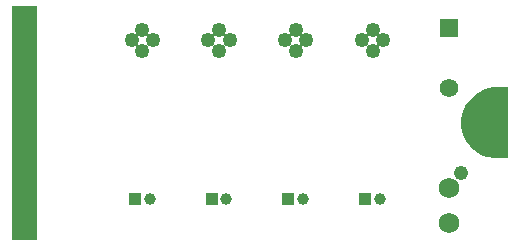
<source format=gbs>
G04*
G04 #@! TF.GenerationSoftware,Altium Limited,Altium Designer,22.11.1 (43)*
G04*
G04 Layer_Color=16711935*
%FSLAX44Y44*%
%MOMM*%
G71*
G04*
G04 #@! TF.SameCoordinates,C7E27A77-0888-4956-AA08-943BE8D70555*
G04*
G04*
G04 #@! TF.FilePolarity,Negative*
G04*
G01*
G75*
%ADD26R,1.7032X0.5532*%
%ADD27C,1.7332*%
%ADD28C,1.2232*%
%ADD29C,1.5700*%
%ADD30R,1.5700X1.5700*%
%ADD31C,1.2532*%
%ADD32R,1.0000X1.0000*%
%ADD33C,1.0000*%
G36*
X-0Y249250D02*
X2Y50750D01*
X21000Y50750D01*
X21000Y249250D01*
X-0Y249250D01*
D02*
G37*
G36*
X410000Y120000D02*
X407639D01*
X402975Y120739D01*
X398484Y122198D01*
X394277Y124342D01*
X390456Y127117D01*
X387117Y130456D01*
X384342Y134277D01*
X382198Y138484D01*
X380739Y142975D01*
X380000Y147639D01*
Y152361D01*
X380739Y157025D01*
X382198Y161516D01*
X384342Y165723D01*
X387117Y169544D01*
X390456Y172883D01*
X394277Y175658D01*
X398484Y177802D01*
X402975Y179261D01*
X407639Y180000D01*
X410000D01*
D01*
X420000Y180000D01*
X420000Y120000D01*
X410000Y120000D01*
D02*
G37*
D26*
X12500Y240000D02*
D03*
Y235000D02*
D03*
Y230000D02*
D03*
Y225000D02*
D03*
Y220000D02*
D03*
Y215000D02*
D03*
Y210000D02*
D03*
Y205000D02*
D03*
Y200000D02*
D03*
Y195000D02*
D03*
Y190000D02*
D03*
Y185000D02*
D03*
Y180000D02*
D03*
Y175000D02*
D03*
Y170000D02*
D03*
Y165000D02*
D03*
Y160000D02*
D03*
Y155000D02*
D03*
Y150000D02*
D03*
Y145000D02*
D03*
Y140000D02*
D03*
Y135000D02*
D03*
Y110000D02*
D03*
Y105000D02*
D03*
Y100000D02*
D03*
Y95000D02*
D03*
Y90000D02*
D03*
Y85000D02*
D03*
Y80000D02*
D03*
Y75000D02*
D03*
Y70000D02*
D03*
Y65000D02*
D03*
Y60000D02*
D03*
D27*
X370000Y95000D02*
D03*
Y65000D02*
D03*
D28*
X379800Y107800D02*
D03*
D29*
X370000Y179600D02*
D03*
D30*
Y230400D02*
D03*
D31*
X175000Y211020D02*
D03*
X166020Y220000D02*
D03*
X183980D02*
D03*
X175000Y228980D02*
D03*
X240000Y211020D02*
D03*
X231020Y220000D02*
D03*
X248980D02*
D03*
X240000Y228980D02*
D03*
X305000Y211020D02*
D03*
X296020Y220000D02*
D03*
X313980D02*
D03*
X305000Y228980D02*
D03*
X110000Y211020D02*
D03*
X101020Y220000D02*
D03*
X118980D02*
D03*
X110000Y228980D02*
D03*
D32*
X298750Y85500D02*
D03*
X168750D02*
D03*
X233750D02*
D03*
X103750D02*
D03*
D33*
X311250D02*
D03*
X181250D02*
D03*
X246250D02*
D03*
X116250D02*
D03*
M02*

</source>
